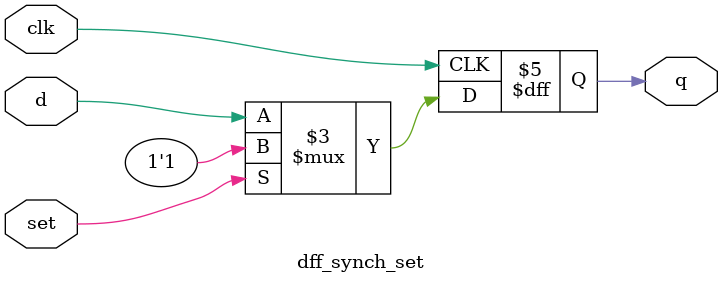
<source format=v>
module dff_synch_set (d,set,clk,q);
input d,set,clk;
output reg q;

always@(posedge clk)
begin
if(set)
	q=1;
else
	q=d;
end
endmodule

</source>
